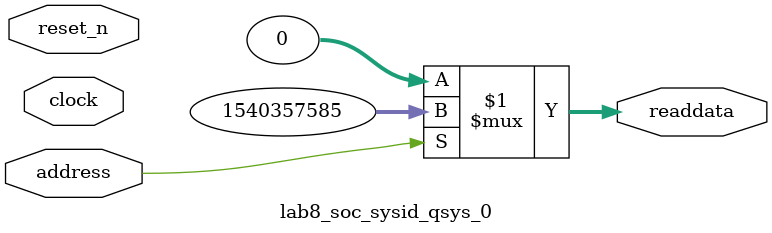
<source format=v>



// synthesis translate_off
`timescale 1ns / 1ps
// synthesis translate_on

// turn off superfluous verilog processor warnings 
// altera message_level Level1 
// altera message_off 10034 10035 10036 10037 10230 10240 10030 

module lab8_soc_sysid_qsys_0 (
               // inputs:
                address,
                clock,
                reset_n,

               // outputs:
                readdata
             )
;

  output  [ 31: 0] readdata;
  input            address;
  input            clock;
  input            reset_n;

  wire    [ 31: 0] readdata;
  //control_slave, which is an e_avalon_slave
  assign readdata = address ? 1540357585 : 0;

endmodule



</source>
